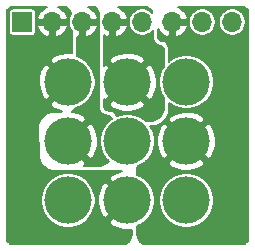
<source format=gbr>
%TF.GenerationSoftware,KiCad,Pcbnew,(5.1.10)-1*%
%TF.CreationDate,2022-07-06T12:29:18-02:30*%
%TF.ProjectId,footSwitchBoard,666f6f74-5377-4697-9463-68426f617264,rev?*%
%TF.SameCoordinates,Original*%
%TF.FileFunction,Copper,L1,Top*%
%TF.FilePolarity,Positive*%
%FSLAX46Y46*%
G04 Gerber Fmt 4.6, Leading zero omitted, Abs format (unit mm)*
G04 Created by KiCad (PCBNEW (5.1.10)-1) date 2022-07-06 12:29:18*
%MOMM*%
%LPD*%
G01*
G04 APERTURE LIST*
%TA.AperFunction,ComponentPad*%
%ADD10O,1.700000X1.700000*%
%TD*%
%TA.AperFunction,ComponentPad*%
%ADD11R,1.700000X1.700000*%
%TD*%
%TA.AperFunction,ComponentPad*%
%ADD12C,4.000000*%
%TD*%
%TA.AperFunction,Conductor*%
%ADD13C,0.200000*%
%TD*%
%TA.AperFunction,Conductor*%
%ADD14C,0.100000*%
%TD*%
G04 APERTURE END LIST*
D10*
%TO.P,J1,4*%
%TO.N,/RTN*%
X144730000Y-70400000D03*
%TO.P,J1,6*%
%TO.N,/LED*%
X149810000Y-70400000D03*
%TO.P,J1,7*%
%TO.N,/V_LED*%
X152350000Y-70400000D03*
%TO.P,J1,3*%
%TO.N,/SND*%
X142190000Y-70400000D03*
%TO.P,J1,5*%
%TO.N,/OUT*%
X147270000Y-70400000D03*
%TO.P,J1,8*%
%TO.N,Earth*%
X154890000Y-70400000D03*
D11*
%TO.P,J1,1*%
X137110000Y-70400000D03*
D10*
%TO.P,J1,2*%
%TO.N,/IN*%
X139650000Y-70400000D03*
%TD*%
D12*
%TO.P,SW1,5*%
%TO.N,/OUT*%
X146000000Y-80500000D03*
%TO.P,SW1,1*%
%TO.N,/IN*%
X141000000Y-75500000D03*
%TO.P,SW1,2*%
%TO.N,/SND*%
X141000000Y-80500000D03*
%TO.P,SW1,4*%
%TO.N,/RTN*%
X146000000Y-75500000D03*
%TO.P,SW1,7*%
%TO.N,/V_LED*%
X151000000Y-75500000D03*
%TO.P,SW1,8*%
%TO.N,/LED*%
X151000000Y-80500000D03*
%TO.P,SW1,3*%
%TO.N,Earth*%
X141000000Y-85500000D03*
%TO.P,SW1,9*%
%TO.N,Net-(SW1-Pad9)*%
X151000000Y-85500000D03*
%TO.P,SW1,6*%
%TO.N,/IN*%
X146000000Y-85500000D03*
%TD*%
D13*
%TO.N,/IN*%
X139042811Y-69194244D02*
X138819247Y-69335869D01*
X138627608Y-69518388D01*
X138475259Y-69734787D01*
X138368055Y-69976749D01*
X138442627Y-70182500D01*
X139432500Y-70182500D01*
X139432500Y-70162500D01*
X139867500Y-70162500D01*
X139867500Y-70182500D01*
X140857373Y-70182500D01*
X140931945Y-69976749D01*
X140824741Y-69734787D01*
X140672392Y-69518388D01*
X140480753Y-69335869D01*
X140257189Y-69194244D01*
X140089997Y-69125000D01*
X140811807Y-69125000D01*
X140881814Y-69174020D01*
X141025980Y-69318186D01*
X141142918Y-69485190D01*
X141229081Y-69669966D01*
X141247863Y-69740063D01*
X141170884Y-69855271D01*
X141084194Y-70064557D01*
X141040000Y-70286735D01*
X141040000Y-70513265D01*
X141084194Y-70735443D01*
X141170884Y-70944729D01*
X141296737Y-71133082D01*
X141300000Y-71136345D01*
X141300000Y-73012016D01*
X140880922Y-72990727D01*
X140393675Y-73062172D01*
X139929729Y-73227302D01*
X139704933Y-73347459D01*
X139472885Y-73665293D01*
X141000000Y-75192409D01*
X141014143Y-75178267D01*
X141300000Y-75464124D01*
X141300000Y-75535876D01*
X141014143Y-75821734D01*
X141000000Y-75807591D01*
X139472885Y-77334707D01*
X139704933Y-77652541D01*
X140149756Y-77863835D01*
X140471052Y-77944885D01*
X140333097Y-77981850D01*
X140125639Y-78000000D01*
X139796734Y-78000000D01*
X139787903Y-78000391D01*
X139564476Y-78020199D01*
X139547090Y-78023306D01*
X139330632Y-78082112D01*
X139314064Y-78088229D01*
X139111328Y-78184198D01*
X139096094Y-78193135D01*
X138913403Y-78323275D01*
X138899979Y-78334753D01*
X138743033Y-78495003D01*
X138731837Y-78508663D01*
X138605531Y-78694024D01*
X138596914Y-78709440D01*
X138505188Y-78914131D01*
X138499417Y-78930823D01*
X138445132Y-79148459D01*
X138442387Y-79165907D01*
X138427237Y-79389699D01*
X138427031Y-79398536D01*
X138474115Y-81658536D01*
X138474664Y-81667127D01*
X138497980Y-81884326D01*
X138501280Y-81901206D01*
X138561472Y-82111197D01*
X138567616Y-82127264D01*
X138662904Y-82323833D01*
X138671711Y-82338608D01*
X138799275Y-82515940D01*
X138810483Y-82528987D01*
X138966549Y-82681835D01*
X138979827Y-82692769D01*
X139159777Y-82816612D01*
X139174733Y-82825109D01*
X139373245Y-82916281D01*
X139389434Y-82922089D01*
X139600632Y-82977895D01*
X139617579Y-82980842D01*
X139835217Y-82999629D01*
X139843817Y-83000000D01*
X145225639Y-83000000D01*
X145433097Y-83018150D01*
X145525339Y-83042866D01*
X145393675Y-83062172D01*
X144929729Y-83227302D01*
X144704933Y-83347459D01*
X144472885Y-83665293D01*
X146000000Y-85192409D01*
X146014143Y-85178267D01*
X146321734Y-85485858D01*
X146307591Y-85500000D01*
X146321734Y-85514143D01*
X146014143Y-85821734D01*
X146000000Y-85807591D01*
X144472885Y-87334707D01*
X144704933Y-87652541D01*
X145149756Y-87863835D01*
X145627255Y-87984289D01*
X146119078Y-88009273D01*
X146400000Y-87968081D01*
X146400000Y-88225639D01*
X146381850Y-88433097D01*
X146329081Y-88630034D01*
X146242918Y-88814810D01*
X146125980Y-88981814D01*
X145981814Y-89125980D01*
X145911807Y-89175000D01*
X136088193Y-89175000D01*
X136018186Y-89125980D01*
X135874020Y-88981814D01*
X135825000Y-88911807D01*
X135825000Y-85273470D01*
X138700000Y-85273470D01*
X138700000Y-85726530D01*
X138788387Y-86170885D01*
X138961766Y-86589459D01*
X139213473Y-86966165D01*
X139533835Y-87286527D01*
X139910541Y-87538234D01*
X140329115Y-87711613D01*
X140773470Y-87800000D01*
X141226530Y-87800000D01*
X141670885Y-87711613D01*
X142089459Y-87538234D01*
X142466165Y-87286527D01*
X142786527Y-86966165D01*
X143038234Y-86589459D01*
X143211613Y-86170885D01*
X143300000Y-85726530D01*
X143300000Y-85619078D01*
X143490727Y-85619078D01*
X143562172Y-86106325D01*
X143727302Y-86570271D01*
X143847459Y-86795067D01*
X144165293Y-87027115D01*
X145692409Y-85500000D01*
X144165293Y-83972885D01*
X143847459Y-84204933D01*
X143636165Y-84649756D01*
X143515711Y-85127255D01*
X143490727Y-85619078D01*
X143300000Y-85619078D01*
X143300000Y-85273470D01*
X143211613Y-84829115D01*
X143038234Y-84410541D01*
X142786527Y-84033835D01*
X142466165Y-83713473D01*
X142089459Y-83461766D01*
X141670885Y-83288387D01*
X141226530Y-83200000D01*
X140773470Y-83200000D01*
X140329115Y-83288387D01*
X139910541Y-83461766D01*
X139533835Y-83713473D01*
X139213473Y-84033835D01*
X138961766Y-84410541D01*
X138788387Y-84829115D01*
X138700000Y-85273470D01*
X135825000Y-85273470D01*
X135825000Y-75619078D01*
X138490727Y-75619078D01*
X138562172Y-76106325D01*
X138727302Y-76570271D01*
X138847459Y-76795067D01*
X139165293Y-77027115D01*
X140692409Y-75500000D01*
X139165293Y-73972885D01*
X138847459Y-74204933D01*
X138636165Y-74649756D01*
X138515711Y-75127255D01*
X138490727Y-75619078D01*
X135825000Y-75619078D01*
X135825000Y-69550000D01*
X135958549Y-69550000D01*
X135958549Y-71250000D01*
X135964341Y-71308810D01*
X135981496Y-71365360D01*
X136009353Y-71417477D01*
X136046842Y-71463158D01*
X136092523Y-71500647D01*
X136144640Y-71528504D01*
X136201190Y-71545659D01*
X136260000Y-71551451D01*
X137960000Y-71551451D01*
X138018810Y-71545659D01*
X138075360Y-71528504D01*
X138127477Y-71500647D01*
X138173158Y-71463158D01*
X138210647Y-71417477D01*
X138238504Y-71365360D01*
X138255659Y-71308810D01*
X138261451Y-71250000D01*
X138261451Y-70823251D01*
X138368055Y-70823251D01*
X138475259Y-71065213D01*
X138627608Y-71281612D01*
X138819247Y-71464131D01*
X139042811Y-71605756D01*
X139226750Y-71681936D01*
X139432500Y-71605537D01*
X139432500Y-70617500D01*
X139867500Y-70617500D01*
X139867500Y-71605537D01*
X140073250Y-71681936D01*
X140257189Y-71605756D01*
X140480753Y-71464131D01*
X140672392Y-71281612D01*
X140824741Y-71065213D01*
X140931945Y-70823251D01*
X140857373Y-70617500D01*
X139867500Y-70617500D01*
X139432500Y-70617500D01*
X138442627Y-70617500D01*
X138368055Y-70823251D01*
X138261451Y-70823251D01*
X138261451Y-69550000D01*
X138255659Y-69491190D01*
X138238504Y-69434640D01*
X138210647Y-69382523D01*
X138173158Y-69336842D01*
X138127477Y-69299353D01*
X138075360Y-69271496D01*
X138018810Y-69254341D01*
X137960000Y-69248549D01*
X136260000Y-69248549D01*
X136201190Y-69254341D01*
X136144640Y-69271496D01*
X136092523Y-69299353D01*
X136046842Y-69336842D01*
X136009353Y-69382523D01*
X135981496Y-69434640D01*
X135964341Y-69491190D01*
X135958549Y-69550000D01*
X135825000Y-69550000D01*
X135825000Y-69388193D01*
X135874020Y-69318186D01*
X136018186Y-69174020D01*
X136088193Y-69125000D01*
X139210003Y-69125000D01*
X139042811Y-69194244D01*
%TA.AperFunction,Conductor*%
D14*
G36*
X139042811Y-69194244D02*
G01*
X138819247Y-69335869D01*
X138627608Y-69518388D01*
X138475259Y-69734787D01*
X138368055Y-69976749D01*
X138442627Y-70182500D01*
X139432500Y-70182500D01*
X139432500Y-70162500D01*
X139867500Y-70162500D01*
X139867500Y-70182500D01*
X140857373Y-70182500D01*
X140931945Y-69976749D01*
X140824741Y-69734787D01*
X140672392Y-69518388D01*
X140480753Y-69335869D01*
X140257189Y-69194244D01*
X140089997Y-69125000D01*
X140811807Y-69125000D01*
X140881814Y-69174020D01*
X141025980Y-69318186D01*
X141142918Y-69485190D01*
X141229081Y-69669966D01*
X141247863Y-69740063D01*
X141170884Y-69855271D01*
X141084194Y-70064557D01*
X141040000Y-70286735D01*
X141040000Y-70513265D01*
X141084194Y-70735443D01*
X141170884Y-70944729D01*
X141296737Y-71133082D01*
X141300000Y-71136345D01*
X141300000Y-73012016D01*
X140880922Y-72990727D01*
X140393675Y-73062172D01*
X139929729Y-73227302D01*
X139704933Y-73347459D01*
X139472885Y-73665293D01*
X141000000Y-75192409D01*
X141014143Y-75178267D01*
X141300000Y-75464124D01*
X141300000Y-75535876D01*
X141014143Y-75821734D01*
X141000000Y-75807591D01*
X139472885Y-77334707D01*
X139704933Y-77652541D01*
X140149756Y-77863835D01*
X140471052Y-77944885D01*
X140333097Y-77981850D01*
X140125639Y-78000000D01*
X139796734Y-78000000D01*
X139787903Y-78000391D01*
X139564476Y-78020199D01*
X139547090Y-78023306D01*
X139330632Y-78082112D01*
X139314064Y-78088229D01*
X139111328Y-78184198D01*
X139096094Y-78193135D01*
X138913403Y-78323275D01*
X138899979Y-78334753D01*
X138743033Y-78495003D01*
X138731837Y-78508663D01*
X138605531Y-78694024D01*
X138596914Y-78709440D01*
X138505188Y-78914131D01*
X138499417Y-78930823D01*
X138445132Y-79148459D01*
X138442387Y-79165907D01*
X138427237Y-79389699D01*
X138427031Y-79398536D01*
X138474115Y-81658536D01*
X138474664Y-81667127D01*
X138497980Y-81884326D01*
X138501280Y-81901206D01*
X138561472Y-82111197D01*
X138567616Y-82127264D01*
X138662904Y-82323833D01*
X138671711Y-82338608D01*
X138799275Y-82515940D01*
X138810483Y-82528987D01*
X138966549Y-82681835D01*
X138979827Y-82692769D01*
X139159777Y-82816612D01*
X139174733Y-82825109D01*
X139373245Y-82916281D01*
X139389434Y-82922089D01*
X139600632Y-82977895D01*
X139617579Y-82980842D01*
X139835217Y-82999629D01*
X139843817Y-83000000D01*
X145225639Y-83000000D01*
X145433097Y-83018150D01*
X145525339Y-83042866D01*
X145393675Y-83062172D01*
X144929729Y-83227302D01*
X144704933Y-83347459D01*
X144472885Y-83665293D01*
X146000000Y-85192409D01*
X146014143Y-85178267D01*
X146321734Y-85485858D01*
X146307591Y-85500000D01*
X146321734Y-85514143D01*
X146014143Y-85821734D01*
X146000000Y-85807591D01*
X144472885Y-87334707D01*
X144704933Y-87652541D01*
X145149756Y-87863835D01*
X145627255Y-87984289D01*
X146119078Y-88009273D01*
X146400000Y-87968081D01*
X146400000Y-88225639D01*
X146381850Y-88433097D01*
X146329081Y-88630034D01*
X146242918Y-88814810D01*
X146125980Y-88981814D01*
X145981814Y-89125980D01*
X145911807Y-89175000D01*
X136088193Y-89175000D01*
X136018186Y-89125980D01*
X135874020Y-88981814D01*
X135825000Y-88911807D01*
X135825000Y-85273470D01*
X138700000Y-85273470D01*
X138700000Y-85726530D01*
X138788387Y-86170885D01*
X138961766Y-86589459D01*
X139213473Y-86966165D01*
X139533835Y-87286527D01*
X139910541Y-87538234D01*
X140329115Y-87711613D01*
X140773470Y-87800000D01*
X141226530Y-87800000D01*
X141670885Y-87711613D01*
X142089459Y-87538234D01*
X142466165Y-87286527D01*
X142786527Y-86966165D01*
X143038234Y-86589459D01*
X143211613Y-86170885D01*
X143300000Y-85726530D01*
X143300000Y-85619078D01*
X143490727Y-85619078D01*
X143562172Y-86106325D01*
X143727302Y-86570271D01*
X143847459Y-86795067D01*
X144165293Y-87027115D01*
X145692409Y-85500000D01*
X144165293Y-83972885D01*
X143847459Y-84204933D01*
X143636165Y-84649756D01*
X143515711Y-85127255D01*
X143490727Y-85619078D01*
X143300000Y-85619078D01*
X143300000Y-85273470D01*
X143211613Y-84829115D01*
X143038234Y-84410541D01*
X142786527Y-84033835D01*
X142466165Y-83713473D01*
X142089459Y-83461766D01*
X141670885Y-83288387D01*
X141226530Y-83200000D01*
X140773470Y-83200000D01*
X140329115Y-83288387D01*
X139910541Y-83461766D01*
X139533835Y-83713473D01*
X139213473Y-84033835D01*
X138961766Y-84410541D01*
X138788387Y-84829115D01*
X138700000Y-85273470D01*
X135825000Y-85273470D01*
X135825000Y-75619078D01*
X138490727Y-75619078D01*
X138562172Y-76106325D01*
X138727302Y-76570271D01*
X138847459Y-76795067D01*
X139165293Y-77027115D01*
X140692409Y-75500000D01*
X139165293Y-73972885D01*
X138847459Y-74204933D01*
X138636165Y-74649756D01*
X138515711Y-75127255D01*
X138490727Y-75619078D01*
X135825000Y-75619078D01*
X135825000Y-69550000D01*
X135958549Y-69550000D01*
X135958549Y-71250000D01*
X135964341Y-71308810D01*
X135981496Y-71365360D01*
X136009353Y-71417477D01*
X136046842Y-71463158D01*
X136092523Y-71500647D01*
X136144640Y-71528504D01*
X136201190Y-71545659D01*
X136260000Y-71551451D01*
X137960000Y-71551451D01*
X138018810Y-71545659D01*
X138075360Y-71528504D01*
X138127477Y-71500647D01*
X138173158Y-71463158D01*
X138210647Y-71417477D01*
X138238504Y-71365360D01*
X138255659Y-71308810D01*
X138261451Y-71250000D01*
X138261451Y-70823251D01*
X138368055Y-70823251D01*
X138475259Y-71065213D01*
X138627608Y-71281612D01*
X138819247Y-71464131D01*
X139042811Y-71605756D01*
X139226750Y-71681936D01*
X139432500Y-71605537D01*
X139432500Y-70617500D01*
X139867500Y-70617500D01*
X139867500Y-71605537D01*
X140073250Y-71681936D01*
X140257189Y-71605756D01*
X140480753Y-71464131D01*
X140672392Y-71281612D01*
X140824741Y-71065213D01*
X140931945Y-70823251D01*
X140857373Y-70617500D01*
X139867500Y-70617500D01*
X139432500Y-70617500D01*
X138442627Y-70617500D01*
X138368055Y-70823251D01*
X138261451Y-70823251D01*
X138261451Y-69550000D01*
X138255659Y-69491190D01*
X138238504Y-69434640D01*
X138210647Y-69382523D01*
X138173158Y-69336842D01*
X138127477Y-69299353D01*
X138075360Y-69271496D01*
X138018810Y-69254341D01*
X137960000Y-69248549D01*
X136260000Y-69248549D01*
X136201190Y-69254341D01*
X136144640Y-69271496D01*
X136092523Y-69299353D01*
X136046842Y-69336842D01*
X136009353Y-69382523D01*
X135981496Y-69434640D01*
X135964341Y-69491190D01*
X135958549Y-69550000D01*
X135825000Y-69550000D01*
X135825000Y-69388193D01*
X135874020Y-69318186D01*
X136018186Y-69174020D01*
X136088193Y-69125000D01*
X139210003Y-69125000D01*
X139042811Y-69194244D01*
G37*
%TD.AperFunction*%
%TD*%
D13*
%TO.N,/SND*%
X143321409Y-69178591D02*
X143439493Y-69322476D01*
X143527240Y-69486637D01*
X143581273Y-69664760D01*
X143600000Y-69854907D01*
X143600000Y-70186188D01*
X143580000Y-70286735D01*
X143580000Y-70513265D01*
X143600000Y-70613812D01*
X143600000Y-77650000D01*
X143600856Y-77663053D01*
X143619597Y-77805403D01*
X143626353Y-77830618D01*
X143681298Y-77963268D01*
X143694351Y-77985876D01*
X143781756Y-78099785D01*
X143800215Y-78118244D01*
X143914124Y-78205649D01*
X143936732Y-78218702D01*
X144069382Y-78273647D01*
X144094597Y-78280403D01*
X144366244Y-78316166D01*
X144474570Y-78361036D01*
X144567588Y-78432412D01*
X144638964Y-78525430D01*
X144677180Y-78617693D01*
X144533835Y-78713473D01*
X144213473Y-79033835D01*
X143961766Y-79410541D01*
X143788387Y-79829115D01*
X143700000Y-80273470D01*
X143700000Y-80726530D01*
X143788387Y-81170885D01*
X143961766Y-81589459D01*
X144213473Y-81966165D01*
X144427274Y-82179966D01*
X144425980Y-82181814D01*
X144281814Y-82325980D01*
X144114810Y-82442918D01*
X143930034Y-82529081D01*
X143733097Y-82581850D01*
X143525639Y-82600000D01*
X142333427Y-82600000D01*
X142527115Y-82334707D01*
X141000000Y-80807591D01*
X140985858Y-80821734D01*
X140678266Y-80514142D01*
X140692409Y-80500000D01*
X141307591Y-80500000D01*
X142834707Y-82027115D01*
X143152541Y-81795067D01*
X143363835Y-81350244D01*
X143484289Y-80872745D01*
X143509273Y-80380922D01*
X143437828Y-79893675D01*
X143272698Y-79429729D01*
X143152541Y-79204933D01*
X142834707Y-78972885D01*
X141307591Y-80500000D01*
X140692409Y-80500000D01*
X140678266Y-80485858D01*
X140985858Y-80178266D01*
X141000000Y-80192409D01*
X142527115Y-78665293D01*
X142295067Y-78347459D01*
X141850244Y-78136165D01*
X141372745Y-78015711D01*
X141279656Y-78010982D01*
X141373587Y-77917051D01*
X141384791Y-77903698D01*
X141494760Y-77746646D01*
X141670885Y-77711613D01*
X142089459Y-77538234D01*
X142466165Y-77286527D01*
X142786527Y-76966165D01*
X143038234Y-76589459D01*
X143211613Y-76170885D01*
X143300000Y-75726530D01*
X143300000Y-75273470D01*
X143211613Y-74829115D01*
X143038234Y-74410541D01*
X142786527Y-74033835D01*
X142466165Y-73713473D01*
X142089459Y-73461766D01*
X141700000Y-73300447D01*
X141700000Y-71654291D01*
X141766750Y-71681936D01*
X141972500Y-71605537D01*
X141972500Y-70617500D01*
X142407500Y-70617500D01*
X142407500Y-71605537D01*
X142613250Y-71681936D01*
X142797189Y-71605756D01*
X143020753Y-71464131D01*
X143212392Y-71281612D01*
X143364741Y-71065213D01*
X143471945Y-70823251D01*
X143397373Y-70617500D01*
X142407500Y-70617500D01*
X141972500Y-70617500D01*
X141952500Y-70617500D01*
X141952500Y-70182500D01*
X141972500Y-70182500D01*
X141972500Y-70162500D01*
X142407500Y-70162500D01*
X142407500Y-70182500D01*
X143397373Y-70182500D01*
X143471945Y-69976749D01*
X143364741Y-69734787D01*
X143212392Y-69518388D01*
X143020753Y-69335869D01*
X142797189Y-69194244D01*
X142629997Y-69125000D01*
X143256109Y-69125000D01*
X143321409Y-69178591D01*
%TA.AperFunction,Conductor*%
D14*
G36*
X143321409Y-69178591D02*
G01*
X143439493Y-69322476D01*
X143527240Y-69486637D01*
X143581273Y-69664760D01*
X143600000Y-69854907D01*
X143600000Y-70186188D01*
X143580000Y-70286735D01*
X143580000Y-70513265D01*
X143600000Y-70613812D01*
X143600000Y-77650000D01*
X143600856Y-77663053D01*
X143619597Y-77805403D01*
X143626353Y-77830618D01*
X143681298Y-77963268D01*
X143694351Y-77985876D01*
X143781756Y-78099785D01*
X143800215Y-78118244D01*
X143914124Y-78205649D01*
X143936732Y-78218702D01*
X144069382Y-78273647D01*
X144094597Y-78280403D01*
X144366244Y-78316166D01*
X144474570Y-78361036D01*
X144567588Y-78432412D01*
X144638964Y-78525430D01*
X144677180Y-78617693D01*
X144533835Y-78713473D01*
X144213473Y-79033835D01*
X143961766Y-79410541D01*
X143788387Y-79829115D01*
X143700000Y-80273470D01*
X143700000Y-80726530D01*
X143788387Y-81170885D01*
X143961766Y-81589459D01*
X144213473Y-81966165D01*
X144427274Y-82179966D01*
X144425980Y-82181814D01*
X144281814Y-82325980D01*
X144114810Y-82442918D01*
X143930034Y-82529081D01*
X143733097Y-82581850D01*
X143525639Y-82600000D01*
X142333427Y-82600000D01*
X142527115Y-82334707D01*
X141000000Y-80807591D01*
X140985858Y-80821734D01*
X140678266Y-80514142D01*
X140692409Y-80500000D01*
X141307591Y-80500000D01*
X142834707Y-82027115D01*
X143152541Y-81795067D01*
X143363835Y-81350244D01*
X143484289Y-80872745D01*
X143509273Y-80380922D01*
X143437828Y-79893675D01*
X143272698Y-79429729D01*
X143152541Y-79204933D01*
X142834707Y-78972885D01*
X141307591Y-80500000D01*
X140692409Y-80500000D01*
X140678266Y-80485858D01*
X140985858Y-80178266D01*
X141000000Y-80192409D01*
X142527115Y-78665293D01*
X142295067Y-78347459D01*
X141850244Y-78136165D01*
X141372745Y-78015711D01*
X141279656Y-78010982D01*
X141373587Y-77917051D01*
X141384791Y-77903698D01*
X141494760Y-77746646D01*
X141670885Y-77711613D01*
X142089459Y-77538234D01*
X142466165Y-77286527D01*
X142786527Y-76966165D01*
X143038234Y-76589459D01*
X143211613Y-76170885D01*
X143300000Y-75726530D01*
X143300000Y-75273470D01*
X143211613Y-74829115D01*
X143038234Y-74410541D01*
X142786527Y-74033835D01*
X142466165Y-73713473D01*
X142089459Y-73461766D01*
X141700000Y-73300447D01*
X141700000Y-71654291D01*
X141766750Y-71681936D01*
X141972500Y-71605537D01*
X141972500Y-70617500D01*
X142407500Y-70617500D01*
X142407500Y-71605537D01*
X142613250Y-71681936D01*
X142797189Y-71605756D01*
X143020753Y-71464131D01*
X143212392Y-71281612D01*
X143364741Y-71065213D01*
X143471945Y-70823251D01*
X143397373Y-70617500D01*
X142407500Y-70617500D01*
X141972500Y-70617500D01*
X141952500Y-70617500D01*
X141952500Y-70182500D01*
X141972500Y-70182500D01*
X141972500Y-70162500D01*
X142407500Y-70162500D01*
X142407500Y-70182500D01*
X143397373Y-70182500D01*
X143471945Y-69976749D01*
X143364741Y-69734787D01*
X143212392Y-69518388D01*
X143020753Y-69335869D01*
X142797189Y-69194244D01*
X142629997Y-69125000D01*
X143256109Y-69125000D01*
X143321409Y-69178591D01*
G37*
%TD.AperFunction*%
%TD*%
D13*
%TO.N,/RTN*%
X147781814Y-69174020D02*
X147925980Y-69318186D01*
X148042918Y-69485190D01*
X148096551Y-69600206D01*
X148003082Y-69506737D01*
X147814729Y-69380884D01*
X147605443Y-69294194D01*
X147383265Y-69250000D01*
X147156735Y-69250000D01*
X146934557Y-69294194D01*
X146725271Y-69380884D01*
X146536918Y-69506737D01*
X146376737Y-69666918D01*
X146250884Y-69855271D01*
X146164194Y-70064557D01*
X146120000Y-70286735D01*
X146120000Y-70513265D01*
X146164194Y-70735443D01*
X146250884Y-70944729D01*
X146376737Y-71133082D01*
X146536918Y-71293263D01*
X146725271Y-71419116D01*
X146934557Y-71505806D01*
X147156735Y-71550000D01*
X147383265Y-71550000D01*
X147605443Y-71505806D01*
X147814729Y-71419116D01*
X148003082Y-71293263D01*
X148163263Y-71133082D01*
X148200000Y-71078101D01*
X148200000Y-71843750D01*
X148201231Y-71859393D01*
X148223561Y-72000382D01*
X148228511Y-72019350D01*
X148233229Y-72030138D01*
X148298035Y-72157326D01*
X148308604Y-72173837D01*
X148316425Y-72182638D01*
X148417362Y-72283575D01*
X148432516Y-72296011D01*
X148442674Y-72301965D01*
X148569862Y-72366771D01*
X148588117Y-72373915D01*
X148599618Y-72376439D01*
X148740569Y-72398763D01*
X148865672Y-72418626D01*
X148964331Y-72469037D01*
X149042525Y-72547526D01*
X149092561Y-72646375D01*
X149110743Y-72763762D01*
X149105319Y-74195699D01*
X148961766Y-74410541D01*
X148788387Y-74829115D01*
X148700000Y-75273470D01*
X148700000Y-75726530D01*
X148788387Y-76170885D01*
X148961766Y-76589459D01*
X149095494Y-76789596D01*
X149092310Y-77630070D01*
X149073461Y-77836983D01*
X149020202Y-78033267D01*
X148933741Y-78217368D01*
X148816701Y-78383697D01*
X148672608Y-78527245D01*
X148505830Y-78643659D01*
X148321410Y-78729420D01*
X148124916Y-78781937D01*
X147917950Y-78800000D01*
X147552692Y-78800000D01*
X147466165Y-78713473D01*
X147089459Y-78461766D01*
X146670885Y-78288387D01*
X146226530Y-78200000D01*
X145773470Y-78200000D01*
X145329115Y-78288387D01*
X145091254Y-78386912D01*
X145076744Y-78295298D01*
X145071794Y-78276330D01*
X145067076Y-78265543D01*
X145003159Y-78140098D01*
X144992590Y-78123588D01*
X144984769Y-78114786D01*
X144885214Y-78015231D01*
X144870060Y-78002795D01*
X144859902Y-77996841D01*
X144734457Y-77932924D01*
X144716202Y-77925779D01*
X144704702Y-77923256D01*
X144565644Y-77901231D01*
X144550000Y-77900000D01*
X144456551Y-77900000D01*
X144333756Y-77883834D01*
X144225430Y-77838964D01*
X144132412Y-77767588D01*
X144061036Y-77674570D01*
X144016166Y-77566244D01*
X144000000Y-77443449D01*
X144000000Y-77334707D01*
X144472885Y-77334707D01*
X144704933Y-77652541D01*
X145149756Y-77863835D01*
X145627255Y-77984289D01*
X146119078Y-78009273D01*
X146606325Y-77937828D01*
X147070271Y-77772698D01*
X147295067Y-77652541D01*
X147527115Y-77334707D01*
X146000000Y-75807591D01*
X144472885Y-77334707D01*
X144000000Y-77334707D01*
X144000000Y-76906436D01*
X144165293Y-77027115D01*
X145692409Y-75500000D01*
X146307591Y-75500000D01*
X147834707Y-77027115D01*
X148152541Y-76795067D01*
X148363835Y-76350244D01*
X148484289Y-75872745D01*
X148509273Y-75380922D01*
X148437828Y-74893675D01*
X148272698Y-74429729D01*
X148152541Y-74204933D01*
X147834707Y-73972885D01*
X146307591Y-75500000D01*
X145692409Y-75500000D01*
X144165293Y-73972885D01*
X144000000Y-74093564D01*
X144000000Y-73665293D01*
X144472885Y-73665293D01*
X146000000Y-75192409D01*
X147527115Y-73665293D01*
X147295067Y-73347459D01*
X146850244Y-73136165D01*
X146372745Y-73015711D01*
X145880922Y-72990727D01*
X145393675Y-73062172D01*
X144929729Y-73227302D01*
X144704933Y-73347459D01*
X144472885Y-73665293D01*
X144000000Y-73665293D01*
X144000000Y-71527957D01*
X144122811Y-71605756D01*
X144306750Y-71681936D01*
X144512500Y-71605537D01*
X144512500Y-70617500D01*
X144947500Y-70617500D01*
X144947500Y-71605537D01*
X145153250Y-71681936D01*
X145337189Y-71605756D01*
X145560753Y-71464131D01*
X145752392Y-71281612D01*
X145904741Y-71065213D01*
X146011945Y-70823251D01*
X145937373Y-70617500D01*
X144947500Y-70617500D01*
X144512500Y-70617500D01*
X144492500Y-70617500D01*
X144492500Y-70182500D01*
X144512500Y-70182500D01*
X144512500Y-70162500D01*
X144947500Y-70162500D01*
X144947500Y-70182500D01*
X145937373Y-70182500D01*
X146011945Y-69976749D01*
X145904741Y-69734787D01*
X145752392Y-69518388D01*
X145560753Y-69335869D01*
X145337189Y-69194244D01*
X145169997Y-69125000D01*
X147711807Y-69125000D01*
X147781814Y-69174020D01*
%TA.AperFunction,Conductor*%
D14*
G36*
X147781814Y-69174020D02*
G01*
X147925980Y-69318186D01*
X148042918Y-69485190D01*
X148096551Y-69600206D01*
X148003082Y-69506737D01*
X147814729Y-69380884D01*
X147605443Y-69294194D01*
X147383265Y-69250000D01*
X147156735Y-69250000D01*
X146934557Y-69294194D01*
X146725271Y-69380884D01*
X146536918Y-69506737D01*
X146376737Y-69666918D01*
X146250884Y-69855271D01*
X146164194Y-70064557D01*
X146120000Y-70286735D01*
X146120000Y-70513265D01*
X146164194Y-70735443D01*
X146250884Y-70944729D01*
X146376737Y-71133082D01*
X146536918Y-71293263D01*
X146725271Y-71419116D01*
X146934557Y-71505806D01*
X147156735Y-71550000D01*
X147383265Y-71550000D01*
X147605443Y-71505806D01*
X147814729Y-71419116D01*
X148003082Y-71293263D01*
X148163263Y-71133082D01*
X148200000Y-71078101D01*
X148200000Y-71843750D01*
X148201231Y-71859393D01*
X148223561Y-72000382D01*
X148228511Y-72019350D01*
X148233229Y-72030138D01*
X148298035Y-72157326D01*
X148308604Y-72173837D01*
X148316425Y-72182638D01*
X148417362Y-72283575D01*
X148432516Y-72296011D01*
X148442674Y-72301965D01*
X148569862Y-72366771D01*
X148588117Y-72373915D01*
X148599618Y-72376439D01*
X148740569Y-72398763D01*
X148865672Y-72418626D01*
X148964331Y-72469037D01*
X149042525Y-72547526D01*
X149092561Y-72646375D01*
X149110743Y-72763762D01*
X149105319Y-74195699D01*
X148961766Y-74410541D01*
X148788387Y-74829115D01*
X148700000Y-75273470D01*
X148700000Y-75726530D01*
X148788387Y-76170885D01*
X148961766Y-76589459D01*
X149095494Y-76789596D01*
X149092310Y-77630070D01*
X149073461Y-77836983D01*
X149020202Y-78033267D01*
X148933741Y-78217368D01*
X148816701Y-78383697D01*
X148672608Y-78527245D01*
X148505830Y-78643659D01*
X148321410Y-78729420D01*
X148124916Y-78781937D01*
X147917950Y-78800000D01*
X147552692Y-78800000D01*
X147466165Y-78713473D01*
X147089459Y-78461766D01*
X146670885Y-78288387D01*
X146226530Y-78200000D01*
X145773470Y-78200000D01*
X145329115Y-78288387D01*
X145091254Y-78386912D01*
X145076744Y-78295298D01*
X145071794Y-78276330D01*
X145067076Y-78265543D01*
X145003159Y-78140098D01*
X144992590Y-78123588D01*
X144984769Y-78114786D01*
X144885214Y-78015231D01*
X144870060Y-78002795D01*
X144859902Y-77996841D01*
X144734457Y-77932924D01*
X144716202Y-77925779D01*
X144704702Y-77923256D01*
X144565644Y-77901231D01*
X144550000Y-77900000D01*
X144456551Y-77900000D01*
X144333756Y-77883834D01*
X144225430Y-77838964D01*
X144132412Y-77767588D01*
X144061036Y-77674570D01*
X144016166Y-77566244D01*
X144000000Y-77443449D01*
X144000000Y-77334707D01*
X144472885Y-77334707D01*
X144704933Y-77652541D01*
X145149756Y-77863835D01*
X145627255Y-77984289D01*
X146119078Y-78009273D01*
X146606325Y-77937828D01*
X147070271Y-77772698D01*
X147295067Y-77652541D01*
X147527115Y-77334707D01*
X146000000Y-75807591D01*
X144472885Y-77334707D01*
X144000000Y-77334707D01*
X144000000Y-76906436D01*
X144165293Y-77027115D01*
X145692409Y-75500000D01*
X146307591Y-75500000D01*
X147834707Y-77027115D01*
X148152541Y-76795067D01*
X148363835Y-76350244D01*
X148484289Y-75872745D01*
X148509273Y-75380922D01*
X148437828Y-74893675D01*
X148272698Y-74429729D01*
X148152541Y-74204933D01*
X147834707Y-73972885D01*
X146307591Y-75500000D01*
X145692409Y-75500000D01*
X144165293Y-73972885D01*
X144000000Y-74093564D01*
X144000000Y-73665293D01*
X144472885Y-73665293D01*
X146000000Y-75192409D01*
X147527115Y-73665293D01*
X147295067Y-73347459D01*
X146850244Y-73136165D01*
X146372745Y-73015711D01*
X145880922Y-72990727D01*
X145393675Y-73062172D01*
X144929729Y-73227302D01*
X144704933Y-73347459D01*
X144472885Y-73665293D01*
X144000000Y-73665293D01*
X144000000Y-71527957D01*
X144122811Y-71605756D01*
X144306750Y-71681936D01*
X144512500Y-71605537D01*
X144512500Y-70617500D01*
X144947500Y-70617500D01*
X144947500Y-71605537D01*
X145153250Y-71681936D01*
X145337189Y-71605756D01*
X145560753Y-71464131D01*
X145752392Y-71281612D01*
X145904741Y-71065213D01*
X146011945Y-70823251D01*
X145937373Y-70617500D01*
X144947500Y-70617500D01*
X144512500Y-70617500D01*
X144492500Y-70617500D01*
X144492500Y-70182500D01*
X144512500Y-70182500D01*
X144512500Y-70162500D01*
X144947500Y-70162500D01*
X144947500Y-70182500D01*
X145937373Y-70182500D01*
X146011945Y-69976749D01*
X145904741Y-69734787D01*
X145752392Y-69518388D01*
X145560753Y-69335869D01*
X145337189Y-69194244D01*
X145169997Y-69125000D01*
X147711807Y-69125000D01*
X147781814Y-69174020D01*
G37*
%TD.AperFunction*%
%TD*%
D13*
%TO.N,/LED*%
X155981814Y-69174020D02*
X156125980Y-69318186D01*
X156175001Y-69388195D01*
X156175000Y-88911806D01*
X156125980Y-88981814D01*
X155981814Y-89125980D01*
X155911807Y-89175000D01*
X147288193Y-89175000D01*
X147218186Y-89125980D01*
X147074020Y-88981814D01*
X146957082Y-88814810D01*
X146870919Y-88630034D01*
X146818150Y-88433097D01*
X146800000Y-88225639D01*
X146800000Y-87658132D01*
X147089459Y-87538234D01*
X147466165Y-87286527D01*
X147786527Y-86966165D01*
X148038234Y-86589459D01*
X148211613Y-86170885D01*
X148300000Y-85726530D01*
X148300000Y-85273470D01*
X148700000Y-85273470D01*
X148700000Y-85726530D01*
X148788387Y-86170885D01*
X148961766Y-86589459D01*
X149213473Y-86966165D01*
X149533835Y-87286527D01*
X149910541Y-87538234D01*
X150329115Y-87711613D01*
X150773470Y-87800000D01*
X151226530Y-87800000D01*
X151670885Y-87711613D01*
X152089459Y-87538234D01*
X152466165Y-87286527D01*
X152786527Y-86966165D01*
X153038234Y-86589459D01*
X153211613Y-86170885D01*
X153300000Y-85726530D01*
X153300000Y-85273470D01*
X153211613Y-84829115D01*
X153038234Y-84410541D01*
X152786527Y-84033835D01*
X152466165Y-83713473D01*
X152089459Y-83461766D01*
X151670885Y-83288387D01*
X151226530Y-83200000D01*
X150773470Y-83200000D01*
X150329115Y-83288387D01*
X149910541Y-83461766D01*
X149533835Y-83713473D01*
X149213473Y-84033835D01*
X148961766Y-84410541D01*
X148788387Y-84829115D01*
X148700000Y-85273470D01*
X148300000Y-85273470D01*
X148211613Y-84829115D01*
X148038234Y-84410541D01*
X147786527Y-84033835D01*
X147466165Y-83713473D01*
X147089459Y-83461766D01*
X146800000Y-83341868D01*
X146800000Y-82658132D01*
X147089459Y-82538234D01*
X147394058Y-82334707D01*
X149472885Y-82334707D01*
X149704933Y-82652541D01*
X150149756Y-82863835D01*
X150627255Y-82984289D01*
X151119078Y-83009273D01*
X151606325Y-82937828D01*
X152070271Y-82772698D01*
X152295067Y-82652541D01*
X152527115Y-82334707D01*
X151000000Y-80807591D01*
X149472885Y-82334707D01*
X147394058Y-82334707D01*
X147466165Y-82286527D01*
X147786527Y-81966165D01*
X148038234Y-81589459D01*
X148211613Y-81170885D01*
X148300000Y-80726530D01*
X148300000Y-80619078D01*
X148490727Y-80619078D01*
X148562172Y-81106325D01*
X148727302Y-81570271D01*
X148847459Y-81795067D01*
X149165293Y-82027115D01*
X150692409Y-80500000D01*
X151307591Y-80500000D01*
X152834707Y-82027115D01*
X153152541Y-81795067D01*
X153363835Y-81350244D01*
X153484289Y-80872745D01*
X153509273Y-80380922D01*
X153437828Y-79893675D01*
X153272698Y-79429729D01*
X153152541Y-79204933D01*
X152834707Y-78972885D01*
X151307591Y-80500000D01*
X150692409Y-80500000D01*
X149165293Y-78972885D01*
X148847459Y-79204933D01*
X148636165Y-79649756D01*
X148515711Y-80127255D01*
X148490727Y-80619078D01*
X148300000Y-80619078D01*
X148300000Y-80273470D01*
X148211613Y-79829115D01*
X148038234Y-79410541D01*
X147901797Y-79206348D01*
X147974361Y-79200000D01*
X148130000Y-79200000D01*
X148138716Y-79199619D01*
X148359249Y-79180325D01*
X148376415Y-79177299D01*
X148590248Y-79120003D01*
X148606628Y-79114041D01*
X148807262Y-79020483D01*
X148822358Y-79011767D01*
X149003698Y-78884791D01*
X149017051Y-78873587D01*
X149173587Y-78717051D01*
X149184791Y-78703698D01*
X149211682Y-78665293D01*
X149472885Y-78665293D01*
X151000000Y-80192409D01*
X152527115Y-78665293D01*
X152295067Y-78347459D01*
X151850244Y-78136165D01*
X151372745Y-78015711D01*
X150880922Y-77990727D01*
X150393675Y-78062172D01*
X149929729Y-78227302D01*
X149704933Y-78347459D01*
X149472885Y-78665293D01*
X149211682Y-78665293D01*
X149311767Y-78522358D01*
X149320483Y-78507262D01*
X149414041Y-78306628D01*
X149420003Y-78290248D01*
X149477299Y-78076415D01*
X149480325Y-78059249D01*
X149499619Y-77838716D01*
X149500000Y-77830000D01*
X149500000Y-77252692D01*
X149533835Y-77286527D01*
X149910541Y-77538234D01*
X150329115Y-77711613D01*
X150773470Y-77800000D01*
X151226530Y-77800000D01*
X151670885Y-77711613D01*
X152089459Y-77538234D01*
X152466165Y-77286527D01*
X152786527Y-76966165D01*
X153038234Y-76589459D01*
X153211613Y-76170885D01*
X153300000Y-75726530D01*
X153300000Y-75273470D01*
X153211613Y-74829115D01*
X153038234Y-74410541D01*
X152786527Y-74033835D01*
X152466165Y-73713473D01*
X152089459Y-73461766D01*
X151670885Y-73288387D01*
X151226530Y-73200000D01*
X150773470Y-73200000D01*
X150329115Y-73288387D01*
X149910541Y-73461766D01*
X149533835Y-73713473D01*
X149500000Y-73747308D01*
X149500000Y-72550000D01*
X149498769Y-72534356D01*
X149476744Y-72395298D01*
X149471794Y-72376330D01*
X149467076Y-72365543D01*
X149403159Y-72240098D01*
X149392590Y-72223588D01*
X149384769Y-72214786D01*
X149285214Y-72115231D01*
X149270060Y-72102795D01*
X149259902Y-72096841D01*
X149134457Y-72032924D01*
X149116202Y-72025779D01*
X149104702Y-72023256D01*
X148842229Y-71981684D01*
X148745009Y-71932148D01*
X148667852Y-71854991D01*
X148618316Y-71757771D01*
X148600000Y-71642128D01*
X148600000Y-70985633D01*
X148635259Y-71065213D01*
X148787608Y-71281612D01*
X148979247Y-71464131D01*
X149202811Y-71605756D01*
X149386750Y-71681936D01*
X149592500Y-71605537D01*
X149592500Y-70617500D01*
X150027500Y-70617500D01*
X150027500Y-71605537D01*
X150233250Y-71681936D01*
X150417189Y-71605756D01*
X150640753Y-71464131D01*
X150832392Y-71281612D01*
X150984741Y-71065213D01*
X151091945Y-70823251D01*
X151017373Y-70617500D01*
X150027500Y-70617500D01*
X149592500Y-70617500D01*
X149572500Y-70617500D01*
X149572500Y-70286735D01*
X151200000Y-70286735D01*
X151200000Y-70513265D01*
X151244194Y-70735443D01*
X151330884Y-70944729D01*
X151456737Y-71133082D01*
X151616918Y-71293263D01*
X151805271Y-71419116D01*
X152014557Y-71505806D01*
X152236735Y-71550000D01*
X152463265Y-71550000D01*
X152685443Y-71505806D01*
X152894729Y-71419116D01*
X153083082Y-71293263D01*
X153243263Y-71133082D01*
X153369116Y-70944729D01*
X153455806Y-70735443D01*
X153500000Y-70513265D01*
X153500000Y-70286735D01*
X153740000Y-70286735D01*
X153740000Y-70513265D01*
X153784194Y-70735443D01*
X153870884Y-70944729D01*
X153996737Y-71133082D01*
X154156918Y-71293263D01*
X154345271Y-71419116D01*
X154554557Y-71505806D01*
X154776735Y-71550000D01*
X155003265Y-71550000D01*
X155225443Y-71505806D01*
X155434729Y-71419116D01*
X155623082Y-71293263D01*
X155783263Y-71133082D01*
X155909116Y-70944729D01*
X155995806Y-70735443D01*
X156040000Y-70513265D01*
X156040000Y-70286735D01*
X155995806Y-70064557D01*
X155909116Y-69855271D01*
X155783263Y-69666918D01*
X155623082Y-69506737D01*
X155434729Y-69380884D01*
X155225443Y-69294194D01*
X155003265Y-69250000D01*
X154776735Y-69250000D01*
X154554557Y-69294194D01*
X154345271Y-69380884D01*
X154156918Y-69506737D01*
X153996737Y-69666918D01*
X153870884Y-69855271D01*
X153784194Y-70064557D01*
X153740000Y-70286735D01*
X153500000Y-70286735D01*
X153455806Y-70064557D01*
X153369116Y-69855271D01*
X153243263Y-69666918D01*
X153083082Y-69506737D01*
X152894729Y-69380884D01*
X152685443Y-69294194D01*
X152463265Y-69250000D01*
X152236735Y-69250000D01*
X152014557Y-69294194D01*
X151805271Y-69380884D01*
X151616918Y-69506737D01*
X151456737Y-69666918D01*
X151330884Y-69855271D01*
X151244194Y-70064557D01*
X151200000Y-70286735D01*
X149572500Y-70286735D01*
X149572500Y-70182500D01*
X149592500Y-70182500D01*
X149592500Y-70162500D01*
X150027500Y-70162500D01*
X150027500Y-70182500D01*
X151017373Y-70182500D01*
X151091945Y-69976749D01*
X150984741Y-69734787D01*
X150832392Y-69518388D01*
X150640753Y-69335869D01*
X150417189Y-69194244D01*
X150249997Y-69125000D01*
X155911807Y-69125000D01*
X155981814Y-69174020D01*
%TA.AperFunction,Conductor*%
D14*
G36*
X155981814Y-69174020D02*
G01*
X156125980Y-69318186D01*
X156175001Y-69388195D01*
X156175000Y-88911806D01*
X156125980Y-88981814D01*
X155981814Y-89125980D01*
X155911807Y-89175000D01*
X147288193Y-89175000D01*
X147218186Y-89125980D01*
X147074020Y-88981814D01*
X146957082Y-88814810D01*
X146870919Y-88630034D01*
X146818150Y-88433097D01*
X146800000Y-88225639D01*
X146800000Y-87658132D01*
X147089459Y-87538234D01*
X147466165Y-87286527D01*
X147786527Y-86966165D01*
X148038234Y-86589459D01*
X148211613Y-86170885D01*
X148300000Y-85726530D01*
X148300000Y-85273470D01*
X148700000Y-85273470D01*
X148700000Y-85726530D01*
X148788387Y-86170885D01*
X148961766Y-86589459D01*
X149213473Y-86966165D01*
X149533835Y-87286527D01*
X149910541Y-87538234D01*
X150329115Y-87711613D01*
X150773470Y-87800000D01*
X151226530Y-87800000D01*
X151670885Y-87711613D01*
X152089459Y-87538234D01*
X152466165Y-87286527D01*
X152786527Y-86966165D01*
X153038234Y-86589459D01*
X153211613Y-86170885D01*
X153300000Y-85726530D01*
X153300000Y-85273470D01*
X153211613Y-84829115D01*
X153038234Y-84410541D01*
X152786527Y-84033835D01*
X152466165Y-83713473D01*
X152089459Y-83461766D01*
X151670885Y-83288387D01*
X151226530Y-83200000D01*
X150773470Y-83200000D01*
X150329115Y-83288387D01*
X149910541Y-83461766D01*
X149533835Y-83713473D01*
X149213473Y-84033835D01*
X148961766Y-84410541D01*
X148788387Y-84829115D01*
X148700000Y-85273470D01*
X148300000Y-85273470D01*
X148211613Y-84829115D01*
X148038234Y-84410541D01*
X147786527Y-84033835D01*
X147466165Y-83713473D01*
X147089459Y-83461766D01*
X146800000Y-83341868D01*
X146800000Y-82658132D01*
X147089459Y-82538234D01*
X147394058Y-82334707D01*
X149472885Y-82334707D01*
X149704933Y-82652541D01*
X150149756Y-82863835D01*
X150627255Y-82984289D01*
X151119078Y-83009273D01*
X151606325Y-82937828D01*
X152070271Y-82772698D01*
X152295067Y-82652541D01*
X152527115Y-82334707D01*
X151000000Y-80807591D01*
X149472885Y-82334707D01*
X147394058Y-82334707D01*
X147466165Y-82286527D01*
X147786527Y-81966165D01*
X148038234Y-81589459D01*
X148211613Y-81170885D01*
X148300000Y-80726530D01*
X148300000Y-80619078D01*
X148490727Y-80619078D01*
X148562172Y-81106325D01*
X148727302Y-81570271D01*
X148847459Y-81795067D01*
X149165293Y-82027115D01*
X150692409Y-80500000D01*
X151307591Y-80500000D01*
X152834707Y-82027115D01*
X153152541Y-81795067D01*
X153363835Y-81350244D01*
X153484289Y-80872745D01*
X153509273Y-80380922D01*
X153437828Y-79893675D01*
X153272698Y-79429729D01*
X153152541Y-79204933D01*
X152834707Y-78972885D01*
X151307591Y-80500000D01*
X150692409Y-80500000D01*
X149165293Y-78972885D01*
X148847459Y-79204933D01*
X148636165Y-79649756D01*
X148515711Y-80127255D01*
X148490727Y-80619078D01*
X148300000Y-80619078D01*
X148300000Y-80273470D01*
X148211613Y-79829115D01*
X148038234Y-79410541D01*
X147901797Y-79206348D01*
X147974361Y-79200000D01*
X148130000Y-79200000D01*
X148138716Y-79199619D01*
X148359249Y-79180325D01*
X148376415Y-79177299D01*
X148590248Y-79120003D01*
X148606628Y-79114041D01*
X148807262Y-79020483D01*
X148822358Y-79011767D01*
X149003698Y-78884791D01*
X149017051Y-78873587D01*
X149173587Y-78717051D01*
X149184791Y-78703698D01*
X149211682Y-78665293D01*
X149472885Y-78665293D01*
X151000000Y-80192409D01*
X152527115Y-78665293D01*
X152295067Y-78347459D01*
X151850244Y-78136165D01*
X151372745Y-78015711D01*
X150880922Y-77990727D01*
X150393675Y-78062172D01*
X149929729Y-78227302D01*
X149704933Y-78347459D01*
X149472885Y-78665293D01*
X149211682Y-78665293D01*
X149311767Y-78522358D01*
X149320483Y-78507262D01*
X149414041Y-78306628D01*
X149420003Y-78290248D01*
X149477299Y-78076415D01*
X149480325Y-78059249D01*
X149499619Y-77838716D01*
X149500000Y-77830000D01*
X149500000Y-77252692D01*
X149533835Y-77286527D01*
X149910541Y-77538234D01*
X150329115Y-77711613D01*
X150773470Y-77800000D01*
X151226530Y-77800000D01*
X151670885Y-77711613D01*
X152089459Y-77538234D01*
X152466165Y-77286527D01*
X152786527Y-76966165D01*
X153038234Y-76589459D01*
X153211613Y-76170885D01*
X153300000Y-75726530D01*
X153300000Y-75273470D01*
X153211613Y-74829115D01*
X153038234Y-74410541D01*
X152786527Y-74033835D01*
X152466165Y-73713473D01*
X152089459Y-73461766D01*
X151670885Y-73288387D01*
X151226530Y-73200000D01*
X150773470Y-73200000D01*
X150329115Y-73288387D01*
X149910541Y-73461766D01*
X149533835Y-73713473D01*
X149500000Y-73747308D01*
X149500000Y-72550000D01*
X149498769Y-72534356D01*
X149476744Y-72395298D01*
X149471794Y-72376330D01*
X149467076Y-72365543D01*
X149403159Y-72240098D01*
X149392590Y-72223588D01*
X149384769Y-72214786D01*
X149285214Y-72115231D01*
X149270060Y-72102795D01*
X149259902Y-72096841D01*
X149134457Y-72032924D01*
X149116202Y-72025779D01*
X149104702Y-72023256D01*
X148842229Y-71981684D01*
X148745009Y-71932148D01*
X148667852Y-71854991D01*
X148618316Y-71757771D01*
X148600000Y-71642128D01*
X148600000Y-70985633D01*
X148635259Y-71065213D01*
X148787608Y-71281612D01*
X148979247Y-71464131D01*
X149202811Y-71605756D01*
X149386750Y-71681936D01*
X149592500Y-71605537D01*
X149592500Y-70617500D01*
X150027500Y-70617500D01*
X150027500Y-71605537D01*
X150233250Y-71681936D01*
X150417189Y-71605756D01*
X150640753Y-71464131D01*
X150832392Y-71281612D01*
X150984741Y-71065213D01*
X151091945Y-70823251D01*
X151017373Y-70617500D01*
X150027500Y-70617500D01*
X149592500Y-70617500D01*
X149572500Y-70617500D01*
X149572500Y-70286735D01*
X151200000Y-70286735D01*
X151200000Y-70513265D01*
X151244194Y-70735443D01*
X151330884Y-70944729D01*
X151456737Y-71133082D01*
X151616918Y-71293263D01*
X151805271Y-71419116D01*
X152014557Y-71505806D01*
X152236735Y-71550000D01*
X152463265Y-71550000D01*
X152685443Y-71505806D01*
X152894729Y-71419116D01*
X153083082Y-71293263D01*
X153243263Y-71133082D01*
X153369116Y-70944729D01*
X153455806Y-70735443D01*
X153500000Y-70513265D01*
X153500000Y-70286735D01*
X153740000Y-70286735D01*
X153740000Y-70513265D01*
X153784194Y-70735443D01*
X153870884Y-70944729D01*
X153996737Y-71133082D01*
X154156918Y-71293263D01*
X154345271Y-71419116D01*
X154554557Y-71505806D01*
X154776735Y-71550000D01*
X155003265Y-71550000D01*
X155225443Y-71505806D01*
X155434729Y-71419116D01*
X155623082Y-71293263D01*
X155783263Y-71133082D01*
X155909116Y-70944729D01*
X155995806Y-70735443D01*
X156040000Y-70513265D01*
X156040000Y-70286735D01*
X155995806Y-70064557D01*
X155909116Y-69855271D01*
X155783263Y-69666918D01*
X155623082Y-69506737D01*
X155434729Y-69380884D01*
X155225443Y-69294194D01*
X155003265Y-69250000D01*
X154776735Y-69250000D01*
X154554557Y-69294194D01*
X154345271Y-69380884D01*
X154156918Y-69506737D01*
X153996737Y-69666918D01*
X153870884Y-69855271D01*
X153784194Y-70064557D01*
X153740000Y-70286735D01*
X153500000Y-70286735D01*
X153455806Y-70064557D01*
X153369116Y-69855271D01*
X153243263Y-69666918D01*
X153083082Y-69506737D01*
X152894729Y-69380884D01*
X152685443Y-69294194D01*
X152463265Y-69250000D01*
X152236735Y-69250000D01*
X152014557Y-69294194D01*
X151805271Y-69380884D01*
X151616918Y-69506737D01*
X151456737Y-69666918D01*
X151330884Y-69855271D01*
X151244194Y-70064557D01*
X151200000Y-70286735D01*
X149572500Y-70286735D01*
X149572500Y-70182500D01*
X149592500Y-70182500D01*
X149592500Y-70162500D01*
X150027500Y-70162500D01*
X150027500Y-70182500D01*
X151017373Y-70182500D01*
X151091945Y-69976749D01*
X150984741Y-69734787D01*
X150832392Y-69518388D01*
X150640753Y-69335869D01*
X150417189Y-69194244D01*
X150249997Y-69125000D01*
X155911807Y-69125000D01*
X155981814Y-69174020D01*
G37*
%TD.AperFunction*%
%TD*%
M02*

</source>
